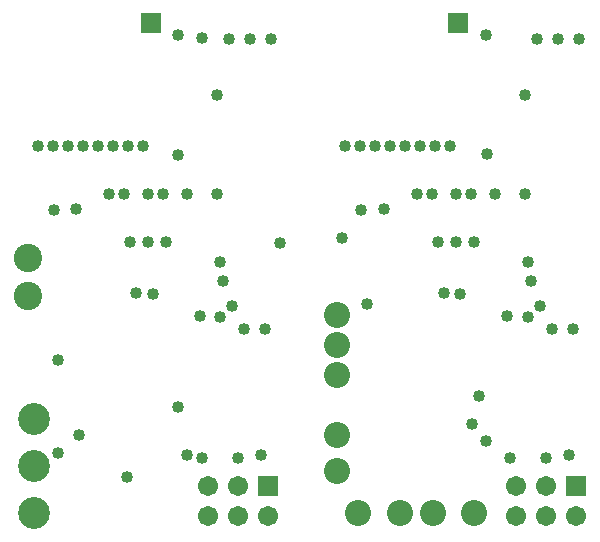
<source format=gbs>
%FSTAX24Y24*%
%MOIN*%
G70*
G01*
G75*
G04 Layer_Color=8388736*
%ADD10R,0.0472X0.0217*%
%ADD11R,0.0472X0.0256*%
%ADD12R,0.0315X0.0374*%
%ADD13R,0.0630X0.0492*%
%ADD14R,0.0374X0.0315*%
%ADD15C,0.0197*%
%ADD16O,0.0217X0.0650*%
%ADD17O,0.0650X0.0217*%
%ADD18R,0.0472X0.0472*%
G04:AMPARAMS|DCode=19|XSize=21.7mil|YSize=47.2mil|CornerRadius=0mil|HoleSize=0mil|Usage=FLASHONLY|Rotation=180.000|XOffset=0mil|YOffset=0mil|HoleType=Round|Shape=Octagon|*
%AMOCTAGOND19*
4,1,8,0.0054,-0.0236,-0.0054,-0.0236,-0.0108,-0.0182,-0.0108,0.0182,-0.0054,0.0236,0.0054,0.0236,0.0108,0.0182,0.0108,-0.0182,0.0054,-0.0236,0.0*
%
%ADD19OCTAGOND19*%

%ADD20R,0.0217X0.0472*%
%ADD21R,0.0900X0.2200*%
%ADD22O,0.0394X0.0906*%
%ADD23O,0.0945X0.0236*%
%ADD24R,0.0945X0.0236*%
%ADD25R,0.0551X0.0591*%
%ADD26R,0.0591X0.0551*%
%ADD27R,0.0512X0.0394*%
%ADD28R,0.0709X0.1772*%
%ADD29C,0.0100*%
%ADD30C,0.0787*%
%ADD31C,0.0591*%
%ADD32C,0.0591*%
%ADD33R,0.0591X0.0591*%
%ADD34R,0.0591X0.0591*%
%ADD35C,0.0866*%
%ADD36C,0.0984*%
%ADD37C,0.0320*%
%ADD38C,0.0236*%
%ADD39C,0.0098*%
%ADD40C,0.0079*%
%ADD41C,0.0080*%
%ADD42C,0.0020*%
%ADD43C,0.0040*%
%ADD44R,0.0512X0.0256*%
%ADD45R,0.0552X0.0336*%
%ADD46R,0.0395X0.0454*%
%ADD47R,0.0710X0.0572*%
%ADD48R,0.0454X0.0395*%
%ADD49C,0.0277*%
%ADD50O,0.0297X0.0730*%
%ADD51O,0.0730X0.0297*%
%ADD52R,0.0552X0.0552*%
G04:AMPARAMS|DCode=53|XSize=25.6mil|YSize=51.2mil|CornerRadius=0mil|HoleSize=0mil|Usage=FLASHONLY|Rotation=180.000|XOffset=0mil|YOffset=0mil|HoleType=Round|Shape=Octagon|*
%AMOCTAGOND53*
4,1,8,0.0064,-0.0256,-0.0064,-0.0256,-0.0128,-0.0192,-0.0128,0.0192,-0.0064,0.0256,0.0064,0.0256,0.0128,0.0192,0.0128,-0.0192,0.0064,-0.0256,0.0*
%
%ADD53OCTAGOND53*%

%ADD54R,0.0256X0.0512*%
%ADD55R,0.0980X0.2280*%
%ADD56O,0.0474X0.0986*%
%ADD57O,0.1025X0.0316*%
%ADD58R,0.1025X0.0316*%
%ADD59R,0.0631X0.0671*%
%ADD60R,0.0671X0.0631*%
%ADD61R,0.0592X0.0474*%
%ADD62R,0.0789X0.1852*%
%ADD63C,0.0867*%
%ADD64C,0.0671*%
%ADD65C,0.0671*%
%ADD66R,0.0671X0.0671*%
%ADD67R,0.0671X0.0671*%
%ADD68C,0.0946*%
%ADD69C,0.1064*%
%ADD70C,0.0400*%
D63*
X034622Y028991D02*
D03*
Y027791D02*
D03*
Y032991D02*
D03*
Y031991D02*
D03*
Y030991D02*
D03*
X035322Y026391D02*
D03*
X036722D02*
D03*
X037822D02*
D03*
X039172D02*
D03*
D64*
X040558Y026291D02*
D03*
X041558D02*
D03*
Y027291D02*
D03*
X040558D02*
D03*
X030322Y026291D02*
D03*
X031322D02*
D03*
Y027291D02*
D03*
X030322D02*
D03*
D65*
X042558Y026291D02*
D03*
X032322D02*
D03*
D66*
X042558Y027291D02*
D03*
X032322D02*
D03*
D67*
X038642Y042717D02*
D03*
X028406D02*
D03*
D68*
X024322Y034891D02*
D03*
Y0336D02*
D03*
D69*
X024509Y029528D02*
D03*
Y027953D02*
D03*
Y026378D02*
D03*
D70*
X035622Y033341D02*
D03*
X035386Y038607D02*
D03*
X039622Y038341D02*
D03*
X034772Y035541D02*
D03*
X039122Y029341D02*
D03*
X039335Y030278D02*
D03*
X041058Y034118D02*
D03*
X040958Y034741D02*
D03*
X038716Y033691D02*
D03*
X041358Y033291D02*
D03*
X042323Y028326D02*
D03*
X042658Y042191D02*
D03*
X041958D02*
D03*
X041258D02*
D03*
X039572Y028791D02*
D03*
X037958Y0354D02*
D03*
X038558D02*
D03*
X039158D02*
D03*
X037258Y037D02*
D03*
X037758D02*
D03*
X038558D02*
D03*
X039058D02*
D03*
X038386Y038607D02*
D03*
X036886D02*
D03*
X036386D02*
D03*
X035886D02*
D03*
X039858Y037D02*
D03*
X034886Y038607D02*
D03*
X038158Y0337D02*
D03*
X040261Y032937D02*
D03*
X039558Y0423D02*
D03*
X037886Y038607D02*
D03*
X037386D02*
D03*
X041558Y0282D02*
D03*
X040958Y0329D02*
D03*
X041758Y0325D02*
D03*
X040358Y0282D02*
D03*
X036158Y0365D02*
D03*
X035413Y036491D02*
D03*
X042458Y0325D02*
D03*
X040858Y037D02*
D03*
Y0403D02*
D03*
X030622D02*
D03*
Y037D02*
D03*
X032222Y0325D02*
D03*
X025176Y036491D02*
D03*
X025922Y0365D02*
D03*
X030122Y0282D02*
D03*
X031522Y0325D02*
D03*
X030722Y0329D02*
D03*
X031322Y0282D02*
D03*
X02715Y038607D02*
D03*
X02765D02*
D03*
X029322Y0423D02*
D03*
X030096Y042202D02*
D03*
X029322Y0383D02*
D03*
X030024Y032937D02*
D03*
X027922Y0337D02*
D03*
X02465Y038607D02*
D03*
X02515D02*
D03*
X029622Y037D02*
D03*
X02565Y038607D02*
D03*
X02615D02*
D03*
X02665D02*
D03*
X02815D02*
D03*
X028822Y037D02*
D03*
X028322D02*
D03*
X027522D02*
D03*
X027022D02*
D03*
X028922Y0354D02*
D03*
X028322D02*
D03*
X027722D02*
D03*
X027622Y027591D02*
D03*
X029622Y0283D02*
D03*
X029322Y0299D02*
D03*
X025322Y031491D02*
D03*
X031022Y042191D02*
D03*
X031722D02*
D03*
X032422D02*
D03*
X032087Y028326D02*
D03*
X031122Y033291D02*
D03*
X032722Y035391D02*
D03*
X026022Y028991D02*
D03*
X025322Y028391D02*
D03*
X02848Y033691D02*
D03*
X030722Y034741D02*
D03*
X030822Y034118D02*
D03*
M02*

</source>
